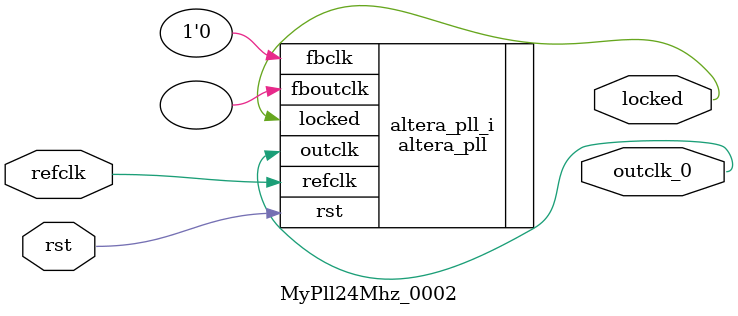
<source format=v>
`timescale 1ns/10ps
module  MyPll24Mhz_0002(

	// interface 'refclk'
	input wire refclk,

	// interface 'reset'
	input wire rst,

	// interface 'outclk0'
	output wire outclk_0,

	// interface 'locked'
	output wire locked
);

	altera_pll #(
		.fractional_vco_multiplier("false"),
		.reference_clock_frequency("50.0 MHz"),
		.operation_mode("direct"),
		.number_of_clocks(1),
		.output_clock_frequency0("24.000000 MHz"),
		.phase_shift0("0 ps"),
		.duty_cycle0(50),
		.output_clock_frequency1("0 MHz"),
		.phase_shift1("0 ps"),
		.duty_cycle1(50),
		.output_clock_frequency2("0 MHz"),
		.phase_shift2("0 ps"),
		.duty_cycle2(50),
		.output_clock_frequency3("0 MHz"),
		.phase_shift3("0 ps"),
		.duty_cycle3(50),
		.output_clock_frequency4("0 MHz"),
		.phase_shift4("0 ps"),
		.duty_cycle4(50),
		.output_clock_frequency5("0 MHz"),
		.phase_shift5("0 ps"),
		.duty_cycle5(50),
		.output_clock_frequency6("0 MHz"),
		.phase_shift6("0 ps"),
		.duty_cycle6(50),
		.output_clock_frequency7("0 MHz"),
		.phase_shift7("0 ps"),
		.duty_cycle7(50),
		.output_clock_frequency8("0 MHz"),
		.phase_shift8("0 ps"),
		.duty_cycle8(50),
		.output_clock_frequency9("0 MHz"),
		.phase_shift9("0 ps"),
		.duty_cycle9(50),
		.output_clock_frequency10("0 MHz"),
		.phase_shift10("0 ps"),
		.duty_cycle10(50),
		.output_clock_frequency11("0 MHz"),
		.phase_shift11("0 ps"),
		.duty_cycle11(50),
		.output_clock_frequency12("0 MHz"),
		.phase_shift12("0 ps"),
		.duty_cycle12(50),
		.output_clock_frequency13("0 MHz"),
		.phase_shift13("0 ps"),
		.duty_cycle13(50),
		.output_clock_frequency14("0 MHz"),
		.phase_shift14("0 ps"),
		.duty_cycle14(50),
		.output_clock_frequency15("0 MHz"),
		.phase_shift15("0 ps"),
		.duty_cycle15(50),
		.output_clock_frequency16("0 MHz"),
		.phase_shift16("0 ps"),
		.duty_cycle16(50),
		.output_clock_frequency17("0 MHz"),
		.phase_shift17("0 ps"),
		.duty_cycle17(50),
		.pll_type("General"),
		.pll_subtype("General")
	) altera_pll_i (
		.rst	(rst),
		.outclk	({outclk_0}),
		.locked	(locked),
		.fboutclk	( ),
		.fbclk	(1'b0),
		.refclk	(refclk)
	);
endmodule


</source>
